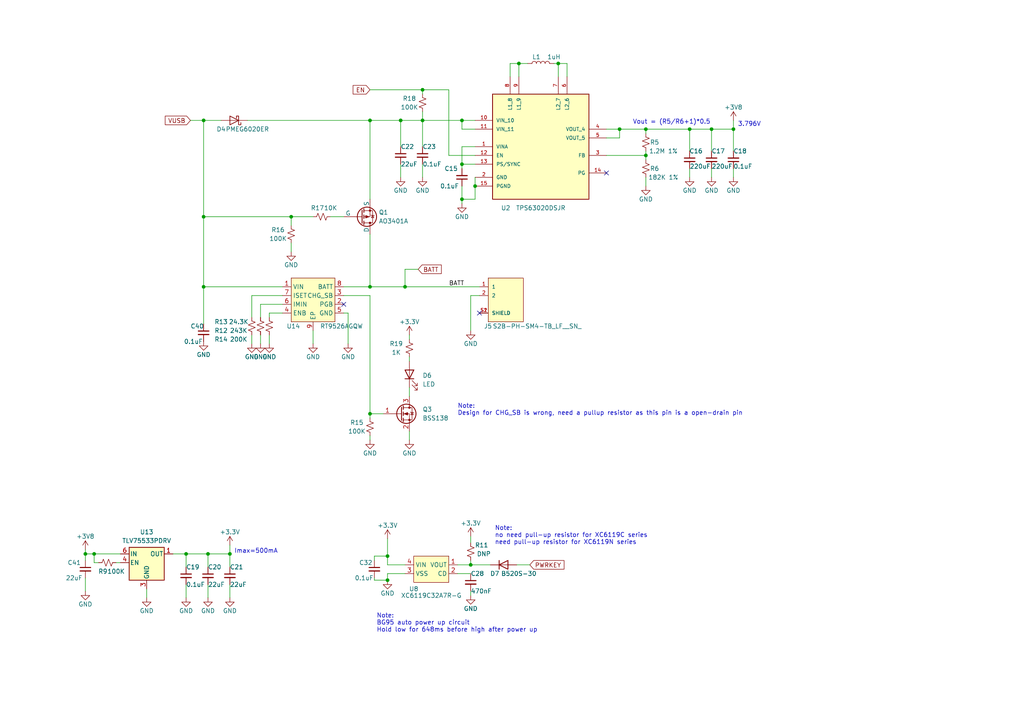
<source format=kicad_sch>
(kicad_sch (version 20230121) (generator eeschema)
  (paper "A4")
  (lib_symbols
    (symbol "C_Small_1" (pin_numbers hide) (pin_names (offset 0.254))
      (property "Reference" "C" (at 0.254 1.778 0))
      (property "Value" "C_Small" (at 0.254 -2.032 0))
      (symbol "C_Small_1_0_1"
        (polyline (pts (xy -1.524 -0.508) (xy 1.524 -0.508)) (stroke (width 0.3302)))
        (polyline (pts (xy -1.524 0.508) (xy 1.524 0.508)) (stroke (width 0.3048)))
      )
      (symbol "C_Small_1_1_1"
        (pin passive line (at 0 2.54 270) (length 2.032) (name "~") (number "1"))
        (pin passive line (at 0 -2.54 90) (length 2.032) (name "~") (number "2"))
      )
    )
    (symbol "Device:C_Small" (pin_numbers hide) (pin_names (offset 0.254) hide)
      (property "Reference" "C" (at 0.254 1.778 0))
      (property "Value" "C_Small" (at 0.254 -2.032 0))
      (symbol "C_Small_0_1"
        (polyline (pts (xy -1.524 -0.508) (xy 1.524 -0.508)) (stroke (width 0.3302)))
        (polyline (pts (xy -1.524 0.508) (xy 1.524 0.508)) (stroke (width 0.3048)))
      )
      (symbol "C_Small_1_1"
        (pin passive line (at 0 2.54 270) (length 2.032) (name "~") (number "1"))
        (pin passive line (at 0 -2.54 90) (length 2.032) (name "~") (number "2"))
      )
    )
    (symbol "Device:L" (pin_numbers hide) (pin_names (offset 1.016) hide)
      (property "Reference" "L" (at -1.27 0 90))
      (property "Value" "L" (at 1.905 0 90))
      (symbol "L_0_1"
        (arc (start 0 -2.54) (mid 0.6323 -1.905) (end 0 -1.27))
        (arc (start 0 -1.27) (mid 0.6323 -0.635) (end 0 0))
        (arc (start 0 0) (mid 0.6323 0.635) (end 0 1.27))
        (arc (start 0 1.27) (mid 0.6323 1.905) (end 0 2.54))
      )
      (symbol "L_1_1"
        (pin passive line (at 0 3.81 270) (length 1.27) (name "1") (number "1"))
        (pin passive line (at 0 -3.81 90) (length 1.27) (name "2") (number "2"))
      )
    )
    (symbol "Device:LED" (pin_numbers hide) (pin_names (offset 1.016) hide)
      (property "Reference" "D" (at 0 2.54 0))
      (property "Value" "LED" (at 0 -2.54 0))
      (symbol "LED_0_1"
        (polyline (pts (xy -1.27 -1.27) (xy -1.27 1.27)) (stroke (width 0.254)))
        (polyline (pts (xy -1.27 0) (xy 1.27 0)))
        (polyline (pts (xy 1.27 -1.27) (xy 1.27 1.27) (xy -1.27 0) (xy 1.27 -1.27)) (stroke (width 0.254)))
        (polyline (pts (xy -3.048 -0.762) (xy -4.572 -2.286) (xy -3.81 -2.286) (xy -4.572 -2.286) (xy -4.572 -1.524)))
        (polyline (pts (xy -1.778 -0.762) (xy -3.302 -2.286) (xy -2.54 -2.286) (xy -3.302 -2.286) (xy -3.302 -1.524)))
      )
      (symbol "LED_1_1"
        (pin passive line (at -3.81 0 0) (length 2.54) (name "K") (number "1"))
        (pin passive line (at 3.81 0 180) (length 2.54) (name "A") (number "2"))
      )
    )
    (symbol "Device:R_Small_US" (pin_numbers hide) (pin_names (offset 0.254) hide)
      (property "Reference" "R" (at 0.762 0.508 0))
      (property "Value" "R_Small_US" (at 0.762 -1.016 0))
      (symbol "R_Small_US_1_1"
        (polyline (pts (xy 0 0) (xy 1.016 -0.381) (xy 0 -0.762) (xy -1.016 -1.143) (xy 0 -1.524)))
        (polyline (pts (xy 0 1.524) (xy 1.016 1.143) (xy 0 0.762) (xy -1.016 0.381) (xy 0 0)))
        (pin passive line (at 0 2.54 270) (length 1.016) (name "~") (number "1"))
        (pin passive line (at 0 -2.54 90) (length 1.016) (name "~") (number "2"))
      )
    )
    (symbol "Diode:1N4005" (pin_numbers hide) (pin_names hide)
      (property "Reference" "D" (at 0 2.54 0))
      (property "Value" "1N4005" (at 0 -2.54 0))
      (symbol "1N4005_0_1"
        (polyline (pts (xy -1.27 1.27) (xy -1.27 -1.27)) (stroke (width 0.254)))
        (polyline (pts (xy 1.27 0) (xy -1.27 0)))
        (polyline (pts (xy 1.27 1.27) (xy 1.27 -1.27) (xy -1.27 0) (xy 1.27 1.27)) (stroke (width 0.254)))
      )
      (symbol "1N4005_1_1"
        (pin passive line (at -3.81 0 0) (length 2.54) (name "K") (number "1"))
        (pin passive line (at 3.81 0 180) (length 2.54) (name "A") (number "2"))
      )
    )
    (symbol "Diode:PMEG6020ER" (pin_numbers hide) (pin_names hide)
      (property "Reference" "D" (at 0 2.54 0))
      (property "Value" "PMEG6020ER" (at 0 -2.54 0))
      (symbol "PMEG6020ER_0_1"
        (polyline (pts (xy 1.27 0) (xy -1.27 0)))
        (polyline (pts (xy 1.27 1.27) (xy 1.27 -1.27) (xy -1.27 0) (xy 1.27 1.27)) (stroke (width 0.2032)))
        (polyline (pts (xy -1.905 0.635) (xy -1.905 1.27) (xy -1.27 1.27) (xy -1.27 -1.27) (xy -0.635 -1.27) (xy -0.635 -0.635)) (stroke (width 0.2032)))
      )
      (symbol "PMEG6020ER_1_1"
        (pin passive line (at -3.81 0 0) (length 2.54) (name "K") (number "1"))
        (pin passive line (at 3.81 0 180) (length 2.54) (name "A") (number "2"))
      )
    )
    (symbol "Regulator_Linear:TLV75533PDRV" (pin_names (offset 0.254))
      (property "Reference" "U" (at -3.81 5.715 0))
      (property "Value" "TLV75533PDRV" (at 0 5.715 0))
      (symbol "TLV75533PDRV_0_1"
        (rectangle (start -5.08 4.445) (end 5.08 -5.08) (stroke (width 0.254)) (fill (type background)))
      )
      (symbol "TLV75533PDRV_1_1"
        (pin power_out line (at 7.62 2.54 180) (length 2.54) (name "OUT") (number "1"))
        (pin no_connect line (at 5.08 0 180) (length 2.54) hide (name "NC") (number "2"))
        (pin power_in line (at 0 -7.62 90) (length 2.54) (name "GND") (number "3"))
        (pin input line (at -7.62 0 0) (length 2.54) (name "EN") (number "4"))
        (pin no_connect line (at 5.08 -2.54 180) (length 2.54) hide (name "NC") (number "5"))
        (pin power_in line (at -7.62 2.54 0) (length 2.54) (name "IN") (number "6"))
        (pin passive line (at 0 -7.62 90) (length 2.54) hide (name "GND") (number "7"))
      )
    )
    (symbol "Simulation_SPICE:PMOS" (pin_numbers hide) (pin_names (offset 0))
      (property "Reference" "Q1" (at 5.08 -1.27 0))
      (property "Value" "PMOS" (at 5.08 1.27 0))
      (symbol "PMOS_0_1"
        (polyline (pts (xy 0.254 0) (xy -2.54 0)))
        (polyline (pts (xy 0.254 1.905) (xy 0.254 -1.905)) (stroke (width 0.254)))
        (polyline (pts (xy 0.762 -1.27) (xy 0.762 -2.286)) (stroke (width 0.254)))
        (polyline (pts (xy 0.762 0.508) (xy 0.762 -0.508)) (stroke (width 0.254)))
        (polyline (pts (xy 0.762 2.286) (xy 0.762 1.27)) (stroke (width 0.254)))
        (polyline (pts (xy 2.54 2.54) (xy 2.54 1.778)))
        (polyline (pts (xy 2.54 -2.54) (xy 2.54 0) (xy 0.762 0)))
        (polyline (pts (xy 0.762 1.778) (xy 3.302 1.778) (xy 3.302 -1.778) (xy 0.762 -1.778)))
        (polyline (pts (xy 2.286 0) (xy 1.27 0.381) (xy 1.27 -0.381) (xy 2.286 0)) (fill (type outline)))
        (polyline (pts (xy 2.794 -0.508) (xy 2.921 -0.381) (xy 3.683 -0.381) (xy 3.81 -0.254)))
        (polyline (pts (xy 3.302 -0.381) (xy 2.921 0.254) (xy 3.683 0.254) (xy 3.302 -0.381)))
        (circle (center 1.651 0) (radius 2.794) (stroke (width 0.254)))
        (circle (center 2.54 -1.778) (radius 0.254) (fill (type outline)))
        (circle (center 2.54 1.778) (radius 0.254) (fill (type outline)))
      )
      (symbol "PMOS_1_1"
        (pin input line (at -5.08 0 0) (length 2.54) (name "G") (number "1"))
        (pin passive line (at 2.54 -5.08 90) (length 2.54) (name "S") (number "2"))
        (pin passive line (at 2.54 5.08 270) (length 2.54) (name "D") (number "3"))
      )
    )
    (symbol "Transistor_FET:BSS138" (pin_names hide)
      (property "Reference" "Q" (at 5.08 1.905 0))
      (property "Value" "BSS138" (at 5.08 0 0))
      (symbol "BSS138_0_1"
        (polyline (pts (xy 0.254 0) (xy -2.54 0)))
        (polyline (pts (xy 0.254 1.905) (xy 0.254 -1.905)) (stroke (width 0.254)))
        (polyline (pts (xy 0.762 -1.27) (xy 0.762 -2.286)) (stroke (width 0.254)))
        (polyline (pts (xy 0.762 0.508) (xy 0.762 -0.508)) (stroke (width 0.254)))
        (polyline (pts (xy 0.762 2.286) (xy 0.762 1.27)) (stroke (width 0.254)))
        (polyline (pts (xy 2.54 2.54) (xy 2.54 1.778)))
        (polyline (pts (xy 2.54 -2.54) (xy 2.54 0) (xy 0.762 0)))
        (polyline (pts (xy 0.762 -1.778) (xy 3.302 -1.778) (xy 3.302 1.778) (xy 0.762 1.778)))
        (polyline (pts (xy 1.016 0) (xy 2.032 0.381) (xy 2.032 -0.381) (xy 1.016 0)) (fill (type outline)))
        (polyline (pts (xy 2.794 0.508) (xy 2.921 0.381) (xy 3.683 0.381) (xy 3.81 0.254)))
        (polyline (pts (xy 3.302 0.381) (xy 2.921 -0.254) (xy 3.683 -0.254) (xy 3.302 0.381)))
        (circle (center 1.651 0) (radius 2.794) (stroke (width 0.254)))
        (circle (center 2.54 -1.778) (radius 0.254) (fill (type outline)))
        (circle (center 2.54 1.778) (radius 0.254) (fill (type outline)))
      )
      (symbol "BSS138_1_1"
        (pin input line (at -5.08 0 0) (length 2.54) (name "G") (number "1"))
        (pin passive line (at 2.54 -5.08 90) (length 2.54) (name "S") (number "2"))
        (pin passive line (at 2.54 5.08 270) (length 2.54) (name "D") (number "3"))
      )
    )
    (symbol "kiCadLib:XC6119"
      (property "Reference" "U" (at -3.81 5.08 0))
      (property "Value" "XC6119" (at 1.27 5.08 0))
      (symbol "XC6119_1_1"
        (rectangle (start -5.08 3.81) (end 5.08 -3.81) (fill (type background)))
        (pin input line (at 7.62 1.27 180) (length 2.54) (name "VOUT") (number "1"))
        (pin input line (at 7.62 -1.27 180) (length 2.54) (name "CD") (number "2"))
        (pin input line (at -7.62 -1.27 0) (length 2.54) (name "VSS") (number "3"))
        (pin input line (at -7.62 1.27 0) (length 2.54) (name "VIN") (number "4"))
      )
    )
    (symbol "mylib:RT9526A"
      (property "Reference" "U14" (at -5.715 -7.62 0))
      (property "Value" "RT9526AGQW" (at 8.255 -7.62 0))
      (symbol "RT9526A_1_1"
        (rectangle (start -6.35 6.35) (end 6.35 -6.35) (fill (type background)))
        (pin input line (at -8.89 3.81 0) (length 2.54) (name "VIN") (number "1"))
        (pin input line (at 8.89 -1.27 180) (length 2.54) (name "PGB") (number "2"))
        (pin input line (at 8.89 1.27 180) (length 2.54) (name "CHG_SB") (number "3"))
        (pin input line (at -8.89 -3.81 0) (length 2.54) (name "ENB") (number "4"))
        (pin input line (at 8.89 -3.81 180) (length 2.54) (name "GND") (number "5"))
        (pin input line (at -8.89 -1.27 0) (length 2.54) (name "IMIN") (number "6"))
        (pin input line (at -8.89 1.27 0) (length 2.54) (name "ISET") (number "7"))
        (pin input line (at 8.89 3.81 180) (length 2.54) (name "BATT") (number "8"))
        (pin input line (at 0 -8.89 90) (length 2.54) (name "EP") (number "9"))
      )
    )
    (symbol "mylib:S2B-PH-SM4-TB_LF__SN_" (pin_names (offset 1.016))
      (property "Reference" "J" (at -5.0829 5.5957 0))
      (property "Value" "S2B-PH-SM4-TB_LF__SN_" (at -5.0881 -9.4227 0))
      (symbol "S2B-PH-SM4-TB_LF__SN__0_0"
        (rectangle (start -5.08 -7.62) (end 5.08 5.08) (stroke (width 0.1524)) (fill (type background)))
        (pin passive line (at -7.62 2.54 0) (length 2.54) (name "1") (number "1"))
        (pin passive line (at -7.62 0 0) (length 2.54) (name "2") (number "2"))
        (pin passive line (at -7.62 -5.08 0) (length 2.54) (name "SHIELD") (number "S1"))
        (pin passive line (at -7.62 -5.08 0) (length 2.54) (name "SHIELD") (number "S2"))
      )
    )
    (symbol "mylib:TPS63020DSJR" (pin_names (offset 1.016))
      (property "Reference" "U2" (at 2.54 -25.4 0))
      (property "Value" "TPS63020DSJR" (at 12.7 -25.4 0))
      (symbol "TPS63020DSJR_0_0"
        (rectangle (start -12.7 15.24) (end 15.24 -15.24) (stroke (width 0.254)) (fill (type background)))
        (pin input line (at -17.78 0 0) (length 5.08) (name "VINA") (number "1"))
        (pin input line (at -17.78 7.62 0) (length 5.08) (name "VIN_10") (number "10"))
        (pin input line (at -17.78 5.08 0) (length 5.08) (name "VIN_11") (number "11"))
        (pin input line (at -17.78 -2.54 0) (length 5.08) (name "EN") (number "12"))
        (pin input line (at -17.78 -5.08 0) (length 5.08) (name "PS/SYNC") (number "13"))
        (pin output line (at 20.32 -7.62 180) (length 5.08) (name "PG") (number "14"))
        (pin power_in line (at -17.78 -11.43 0) (length 5.08) (name "PGND") (number "15"))
        (pin power_in line (at -17.78 -8.89 0) (length 5.08) (name "GND") (number "2"))
        (pin input line (at 20.32 -2.54 180) (length 5.08) (name "FB") (number "3"))
        (pin output line (at 20.32 5.08 180) (length 5.08) (name "VOUT_4") (number "4"))
        (pin output line (at 20.32 2.54 180) (length 5.08) (name "VOUT_5") (number "5"))
        (pin passive line (at 8.89 20.32 270) (length 5.08) (name "L2_6") (number "6"))
        (pin passive line (at 6.35 20.32 270) (length 5.08) (name "L2_7") (number "7"))
        (pin passive line (at -7.62 20.32 270) (length 5.08) (name "L1_8") (number "8"))
        (pin passive line (at -5.08 20.32 270) (length 5.08) (name "L1_9") (number "9"))
      )
    )
    (symbol "power:+3.3V" (power) (pin_names (offset 0))
      (property "Value" "+3.3V" (at 0 3.556 0))
      (symbol "+3.3V_0_1"
        (polyline (pts (xy -0.762 1.27) (xy 0 2.54)))
        (polyline (pts (xy 0 0) (xy 0 2.54)))
        (polyline (pts (xy 0 2.54) (xy 0.762 1.27)))
      )
      (symbol "+3.3V_1_1"
        (pin power_in line (at 0 0 90) (length 0) hide (name "+3.3V") (number "1"))
      )
    )
    (symbol "power:+3V8" (power) (pin_names (offset 0))
      (property "Value" "+3V8" (at 0 3.556 0))
      (symbol "+3V8_0_1"
        (polyline (pts (xy -0.762 1.27) (xy 0 2.54)))
        (polyline (pts (xy 0 0) (xy 0 2.54)))
        (polyline (pts (xy 0 2.54) (xy 0.762 1.27)))
      )
      (symbol "+3V8_1_1"
        (pin power_in line (at 0 0 90) (length 0) hide (name "+3V8") (number "1"))
      )
    )
    (symbol "power:GND" (power) (pin_names (offset 0))
      (property "Value" "GND" (at 0 -3.81 0))
      (symbol "GND_0_1"
        (polyline (pts (xy 0 0) (xy 0 -1.27) (xy 1.27 -1.27) (xy 0 -2.54) (xy -1.27 -1.27) (xy 0 -1.27)))
      )
      (symbol "GND_1_1"
        (pin power_in line (at 0 0 270) (length 0) hide (name "GND") (number "1"))
      )
    )
  )
  (junction (at 116.205 34.925))
  (junction (at 112.395 161.29))
  (junction (at 136.525 163.83))
  (junction (at 107.315 83.185))
  (junction (at 150.495 18.415))
  (junction (at 212.725 37.465))
  (junction (at 60.325 160.655))
  (junction (at 200.025 37.465))
  (junction (at 133.985 34.925))
  (junction (at 59.055 83.185))
  (junction (at 137.795 53.975))
  (junction (at 59.055 62.865))
  (junction (at 107.315 34.925))
  (junction (at 112.395 168.275))
  (junction (at 24.765 160.655))
  (junction (at 133.985 57.785))
  (junction (at 206.375 37.465))
  (junction (at 59.055 34.925))
  (junction (at 187.325 37.465))
  (junction (at 117.475 83.185))
  (junction (at 122.555 34.925))
  (junction (at 84.455 62.865))
  (junction (at 107.315 120.015))
  (junction (at 53.975 160.655))
  (junction (at 179.705 37.465))
  (junction (at 187.325 45.085))
  (junction (at 133.985 47.625))
  (junction (at 27.305 160.655))
  (junction (at 122.555 26.035))
  (junction (at 161.925 18.415))
  (junction (at 66.675 160.655))
  (no_connect (at 175.895 50.165))
  (no_connect (at 99.695 88.265))
  (no_connect (at 139.065 90.805))
  (wire (pts (xy 133.985 47.625) (xy 133.985 48.895)))
  (wire (pts (xy 118.745 112.395) (xy 118.745 114.935)))
  (wire (pts (xy 55.245 34.925) (xy 59.055 34.925)))
  (wire (pts (xy 136.525 85.725) (xy 136.525 95.885)))
  (wire (pts (xy 200.025 37.465) (xy 206.375 37.465)))
  (wire (pts (xy 212.725 37.465) (xy 212.725 43.815)))
  (wire (pts (xy 73.025 92.075) (xy 73.025 85.725)))
  (wire (pts (xy 132.715 166.37) (xy 136.525 166.37)))
  (wire (pts (xy 175.895 45.085) (xy 187.325 45.085)))
  (wire (pts (xy 122.555 51.435) (xy 122.555 47.625)))
  (wire (pts (xy 187.325 37.465) (xy 200.025 37.465)))
  (wire (pts (xy 212.725 34.925) (xy 212.725 37.465)))
  (wire (pts (xy 187.325 37.465) (xy 187.325 38.735)))
  (wire (pts (xy 206.375 37.465) (xy 206.375 43.815)))
  (wire (pts (xy 137.795 37.465) (xy 133.985 37.465)))
  (wire (pts (xy 147.955 18.415) (xy 147.955 22.225)))
  (wire (pts (xy 66.675 158.115) (xy 66.675 160.655)))
  (wire (pts (xy 212.725 51.435) (xy 212.725 48.895)))
  (wire (pts (xy 164.465 18.415) (xy 164.465 22.225)))
  (wire (pts (xy 108.585 162.56) (xy 108.585 161.29)))
  (wire (pts (xy 118.745 127.635) (xy 118.745 125.095)))
  (wire (pts (xy 112.395 166.37) (xy 112.395 168.275)))
  (wire (pts (xy 84.455 62.865) (xy 84.455 65.405)))
  (wire (pts (xy 24.765 160.655) (xy 24.765 162.56)))
  (wire (pts (xy 59.055 62.865) (xy 84.455 62.865)))
  (wire (pts (xy 150.495 18.415) (xy 150.495 22.225)))
  (wire (pts (xy 24.765 171.45) (xy 24.765 167.64)))
  (wire (pts (xy 133.985 37.465) (xy 133.985 34.925)))
  (wire (pts (xy 73.025 99.695) (xy 73.025 97.155)))
  (wire (pts (xy 133.985 57.785) (xy 133.985 59.055)))
  (wire (pts (xy 108.585 168.275) (xy 112.395 168.275)))
  (wire (pts (xy 73.025 85.725) (xy 81.915 85.725)))
  (wire (pts (xy 136.525 172.72) (xy 136.525 171.45)))
  (wire (pts (xy 136.525 155.575) (xy 136.525 157.48)))
  (wire (pts (xy 122.555 26.035) (xy 130.175 26.035)))
  (wire (pts (xy 107.315 34.925) (xy 107.315 57.785)))
  (wire (pts (xy 133.985 57.785) (xy 137.795 57.785)))
  (wire (pts (xy 137.795 51.435) (xy 137.795 53.975)))
  (wire (pts (xy 132.715 163.83) (xy 136.525 163.83)))
  (wire (pts (xy 133.985 53.975) (xy 133.985 57.785)))
  (wire (pts (xy 53.975 160.655) (xy 60.325 160.655)))
  (wire (pts (xy 116.205 51.435) (xy 116.205 47.625)))
  (wire (pts (xy 84.455 70.485) (xy 84.455 73.025)))
  (wire (pts (xy 160.655 18.415) (xy 161.925 18.415)))
  (wire (pts (xy 24.765 160.655) (xy 24.765 159.385)))
  (wire (pts (xy 122.555 34.925) (xy 122.555 42.545)))
  (wire (pts (xy 60.325 173.355) (xy 60.325 169.545)))
  (wire (pts (xy 81.915 83.185) (xy 59.055 83.185)))
  (wire (pts (xy 75.565 99.695) (xy 75.565 97.155)))
  (wire (pts (xy 84.455 62.865) (xy 90.805 62.865)))
  (wire (pts (xy 200.025 51.435) (xy 200.025 48.895)))
  (wire (pts (xy 206.375 51.435) (xy 206.375 48.895)))
  (wire (pts (xy 179.705 37.465) (xy 187.325 37.465)))
  (wire (pts (xy 133.985 42.545) (xy 133.985 47.625)))
  (wire (pts (xy 75.565 88.265) (xy 81.915 88.265)))
  (wire (pts (xy 33.655 163.195) (xy 34.925 163.195)))
  (wire (pts (xy 137.795 45.085) (xy 130.175 45.085)))
  (wire (pts (xy 137.795 53.975) (xy 137.795 57.785)))
  (wire (pts (xy 117.475 78.105) (xy 117.475 83.185)))
  (wire (pts (xy 116.205 34.925) (xy 116.205 42.545)))
  (wire (pts (xy 66.675 160.655) (xy 66.675 164.465)))
  (wire (pts (xy 175.895 40.005) (xy 179.705 40.005)))
  (wire (pts (xy 108.585 161.29) (xy 112.395 161.29)))
  (wire (pts (xy 206.375 37.465) (xy 212.725 37.465)))
  (wire (pts (xy 60.325 160.655) (xy 66.675 160.655)))
  (wire (pts (xy 150.495 18.415) (xy 147.955 18.415)))
  (wire (pts (xy 112.395 156.21) (xy 112.395 161.29)))
  (wire (pts (xy 107.315 83.185) (xy 117.475 83.185)))
  (wire (pts (xy 153.035 18.415) (xy 150.495 18.415)))
  (wire (pts (xy 179.705 40.005) (xy 179.705 37.465)))
  (wire (pts (xy 27.305 163.195) (xy 27.305 160.655)))
  (wire (pts (xy 153.67 163.83) (xy 149.86 163.83)))
  (wire (pts (xy 111.125 120.015) (xy 107.315 120.015)))
  (wire (pts (xy 122.555 34.925) (xy 133.985 34.925)))
  (wire (pts (xy 121.285 78.105) (xy 117.475 78.105)))
  (wire (pts (xy 107.315 120.015) (xy 107.315 121.285)))
  (wire (pts (xy 117.475 83.185) (xy 139.065 83.185)))
  (wire (pts (xy 95.885 62.865) (xy 99.695 62.865)))
  (wire (pts (xy 187.325 43.815) (xy 187.325 45.085)))
  (wire (pts (xy 117.475 166.37) (xy 112.395 166.37)))
  (wire (pts (xy 42.545 173.355) (xy 42.545 170.815)))
  (wire (pts (xy 78.105 90.805) (xy 81.915 90.805)))
  (wire (pts (xy 107.315 85.725) (xy 107.315 120.015)))
  (wire (pts (xy 187.325 51.435) (xy 187.325 53.975)))
  (wire (pts (xy 71.755 34.925) (xy 107.315 34.925)))
  (wire (pts (xy 117.475 163.83) (xy 112.395 163.83)))
  (wire (pts (xy 112.395 163.83) (xy 112.395 161.29)))
  (wire (pts (xy 139.065 85.725) (xy 136.525 85.725)))
  (wire (pts (xy 99.695 83.185) (xy 107.315 83.185)))
  (wire (pts (xy 133.985 34.925) (xy 137.795 34.925)))
  (wire (pts (xy 99.695 85.725) (xy 107.315 85.725)))
  (wire (pts (xy 136.525 163.83) (xy 142.24 163.83)))
  (wire (pts (xy 118.745 103.505) (xy 118.745 104.775)))
  (wire (pts (xy 200.025 37.465) (xy 200.025 43.815)))
  (wire (pts (xy 75.565 92.075) (xy 75.565 88.265)))
  (wire (pts (xy 116.205 34.925) (xy 122.555 34.925)))
  (wire (pts (xy 100.965 90.805) (xy 100.965 99.695)))
  (wire (pts (xy 107.315 26.035) (xy 122.555 26.035)))
  (wire (pts (xy 137.795 42.545) (xy 133.985 42.545)))
  (wire (pts (xy 118.745 97.155) (xy 118.745 98.425)))
  (wire (pts (xy 161.925 18.415) (xy 161.925 22.225)))
  (wire (pts (xy 175.895 37.465) (xy 179.705 37.465)))
  (wire (pts (xy 59.055 34.925) (xy 64.135 34.925)))
  (wire (pts (xy 78.105 99.695) (xy 78.105 97.155)))
  (wire (pts (xy 66.675 173.355) (xy 66.675 169.545)))
  (wire (pts (xy 122.555 32.385) (xy 122.555 34.925)))
  (wire (pts (xy 59.055 83.185) (xy 59.055 93.98)))
  (wire (pts (xy 59.055 83.185) (xy 59.055 62.865)))
  (wire (pts (xy 122.555 26.035) (xy 122.555 27.305)))
  (wire (pts (xy 28.575 163.195) (xy 27.305 163.195)))
  (wire (pts (xy 161.925 18.415) (xy 164.465 18.415)))
  (wire (pts (xy 107.315 67.945) (xy 107.315 83.185)))
  (wire (pts (xy 27.305 160.655) (xy 34.925 160.655)))
  (wire (pts (xy 78.105 92.075) (xy 78.105 90.805)))
  (wire (pts (xy 130.175 45.085) (xy 130.175 26.035)))
  (wire (pts (xy 133.985 47.625) (xy 137.795 47.625)))
  (wire (pts (xy 107.315 127.635) (xy 107.315 126.365)))
  (wire (pts (xy 90.805 99.695) (xy 90.805 95.885)))
  (wire (pts (xy 136.525 162.56) (xy 136.525 163.83)))
  (wire (pts (xy 99.695 90.805) (xy 100.965 90.805)))
  (wire (pts (xy 108.585 167.64) (xy 108.585 168.275)))
  (wire (pts (xy 24.765 160.655) (xy 27.305 160.655)))
  (wire (pts (xy 53.975 169.545) (xy 53.975 173.355)))
  (wire (pts (xy 53.975 160.655) (xy 53.975 164.465)))
  (wire (pts (xy 59.055 62.865) (xy 59.055 34.925)))
  (wire (pts (xy 60.325 160.655) (xy 60.325 164.465)))
  (wire (pts (xy 187.325 45.085) (xy 187.325 46.355)))
  (wire (pts (xy 107.315 34.925) (xy 116.205 34.925)))
  (wire (pts (xy 50.165 160.655) (xy 53.975 160.655)))
  (text "Vout = (R5/R6+1)*0.5" (at 183.515 36.195 0) (effects (font (size 1.27 1.27)) (justify left bottom)))
  (text "Imax=500mA\n" (at 67.945 160.655 0) (effects (font (size 1.27 1.27)) (justify left bottom)))
  (text "Note:\nBG95 auto power up circuit\nHold low for 648ms before high after power up" (at 109.22 183.515 0) (effects (font (size 1.27 1.27)) (justify left bottom)))
  (text "Note:\nDesign for CHG_SB is wrong, need a pullup resistor as this pin is a open-drain pin" (at 132.715 120.65 0) (effects (font (size 1.27 1.27)) (justify left bottom)))
  (text "3.796V\n" (at 213.995 36.83 0) (effects (font (size 1.27 1.27)) (justify left bottom)))
  (text "Note:\nno need pull-up resistor for XC6119C series\nneed pull-up resistor for XC6119N series" (at 143.51 158.115 0) (effects (font (size 1.27 1.27)) (justify left bottom)))
  (label "BATT" (at 130.175 83.185 0))
  (global_label "BATT" (shape input) (at 121.285 78.105 0) (property "Intersheetrefs" "${INTERSHEET_REFS}" (effects hide)))
  (global_label "PWRKEY" (shape input) (at 153.67 163.83 0) (property "Intersheetrefs" "${INTERSHEET_REFS}" (effects hide)))
  (global_label "VUSB" (shape input) (at 55.245 34.925 180) (property "Intersheetrefs" "${INTERSHEET_REFS}" (effects hide)))
  (global_label "EN" (shape input) (at 107.315 26.035 180) (property "Intersheetrefs" "${INTERSHEET_REFS}" (effects hide)))
  (symbol (lib_id "power:GND") (at 212.725 51.435 0) (mirror y) (unit 1)
    (property "Reference" "#PWR029" (effects hide))
    (property "Value" "GND" (at 212.725 55.245 0))
  )
  (symbol (lib_id "Device:R_Small_US") (at 93.345 62.865 90) (unit 1)
    (property "Reference" "R17" (at 92.075 60.325 90))
    (property "Value" "10K" (at 95.885 60.325 90))
    (property "Footprint" "Resistor_SMD:R_0402_1005Metric" (effects hide))
  )
  (symbol (lib_id "mylib:S2B-PH-SM4-TB_LF__SN_") (at 146.685 85.725 0) (unit 1)
    (property "Reference" "J5" (at 140.335 94.615 0) (effects (justify left)))
    (property "Value" "S2B-PH-SM4-TB_LF__SN_" (at 142.875 94.615 0) (effects (justify left)))
    (property "Footprint" "myfootprintlib:JST_S2B-PH-SM4-TB_LF__SN_" (effects hide))
    (property "MF" "JST Sales" (effects hide))
    (property "Description" "\nConnector Header Surface Mount, Right Angle 2 position 0.079 (2.00mm)\n" (effects hide))
    (property "Package" "None" (effects hide))
    (property "Price" "None" (effects hide))
    (property "Check_prices" "https://www.snapeda.com/parts/S2B-PH-SM4-TB(LF)(SN)/JST+Sales+America+Inc./view-part/?ref=eda" (effects hide))
    (property "STANDARD" "Manufacturer Recommendation" (effects hide))
    (property "SnapEDA_Link" "https://www.snapeda.com/parts/S2B-PH-SM4-TB(LF)(SN)/JST+Sales+America+Inc./view-part/?ref=snap" (effects hide))
    (property "MP" "S2B-PH-SM4-TB(LF)(SN)" (effects hide))
    (property "Availability" "In Stock" (effects hide))
    (property "MANUFACTURER" "JST" (effects hide))
  )
  (symbol (lib_id "power:GND") (at 112.395 168.275 0) (mirror y) (unit 1)
    (property "Reference" "#PWR071" (effects hide))
    (property "Value" "GND" (at 112.395 172.085 0))
  )
  (symbol (lib_id "power:GND") (at 73.025 99.695 0) (mirror y) (unit 1)
    (property "Reference" "#PWR041" (effects hide))
    (property "Value" "GND" (at 73.025 103.505 0))
  )
  (symbol (lib_id "Device:R_Small_US") (at 187.325 48.895 180) (unit 1)
    (property "Reference" "R6" (at 189.865 48.895 0))
    (property "Value" "182K 1%" (at 192.405 51.435 0))
    (property "Footprint" "Resistor_SMD:R_0402_1005Metric" (effects hide))
  )
  (symbol (lib_id "Device:C_Small") (at 66.675 167.005 0) (unit 1)
    (property "Reference" "C21" (at 66.675 164.465 0) (effects (justify left)))
    (property "Value" "22uF" (at 66.675 169.545 0) (effects (justify left)))
    (property "Footprint" "Capacitor_SMD:C_0603_1608Metric" (effects hide))
  )
  (symbol (lib_id "power:GND") (at 66.675 173.355 0) (mirror y) (unit 1)
    (property "Reference" "#PWR035" (effects hide))
    (property "Value" "GND" (at 66.675 177.165 0))
  )
  (symbol (lib_id "Device:C_Small") (at 136.525 168.91 0) (unit 1)
    (property "Reference" "C28" (at 136.525 166.37 0) (effects (justify left)))
    (property "Value" "470nF" (at 136.525 171.45 0) (effects (justify left)))
    (property "Footprint" "Capacitor_SMD:C_0402_1005Metric" (effects hide))
  )
  (symbol (lib_id "Device:C_Small") (at 24.765 165.1 0) (unit 1)
    (property "Reference" "C41" (at 23.495 163.195 0) (effects (justify right)))
    (property "Value" "22uF" (at 19.05 167.64 0) (effects (justify left)))
    (property "Footprint" "Capacitor_SMD:C_0603_1608Metric" (effects hide))
  )
  (symbol (lib_id "Device:C_Small") (at 108.585 165.1 0) (unit 1)
    (property "Reference" "C32" (at 104.14 163.195 0) (effects (justify left)))
    (property "Value" "0.1uF" (at 102.87 167.64 0) (effects (justify left)))
    (property "Footprint" "Capacitor_SMD:C_0402_1005Metric" (effects hide))
  )
  (symbol (lib_id "power:+3V8") (at 212.725 34.925 0) (unit 1)
    (property "Reference" "#PWR026" (effects hide))
    (property "Value" "+3V8" (at 212.725 31.115 0))
  )
  (symbol (lib_id "power:GND") (at 133.985 59.055 0) (mirror y) (unit 1)
    (property "Reference" "#PWR024" (effects hide))
    (property "Value" "GND" (at 133.985 62.865 0))
  )
  (symbol (lib_id "Device:R_Small_US") (at 107.315 123.825 0) (unit 1)
    (property "Reference" "R15" (at 103.505 122.555 0))
    (property "Value" "100K" (at 103.505 125.095 0))
    (property "Footprint" "Resistor_SMD:R_0402_1005Metric" (effects hide))
  )
  (symbol (lib_id "Regulator_Linear:TLV75533PDRV") (at 42.545 163.195 0) (unit 1)
    (property "Reference" "U13" (at 42.545 154.305 0))
    (property "Value" "TLV75533PDRV" (at 42.545 156.845 0))
    (property "Footprint" "Package_SON:WSON-6-1EP_2x2mm_P0.65mm_EP1x1.6mm" (effects hide))
    (property "Datasheet" "http://www.ti.com/lit/ds/symlink/tlv755p.pdf" (effects hide))
  )
  (symbol (lib_id "Device:R_Small_US") (at 122.555 29.845 0) (unit 1)
    (property "Reference" "R18" (at 118.745 28.575 0))
    (property "Value" "100K" (at 118.745 31.115 0))
    (property "Footprint" "Resistor_SMD:R_0402_1005Metric" (effects hide))
  )
  (symbol (lib_id "Device:R_Small_US") (at 31.115 163.195 270) (unit 1)
    (property "Reference" "R9" (at 29.845 165.735 90))
    (property "Value" "100K" (at 33.655 165.735 90))
    (property "Footprint" "Resistor_SMD:R_0402_1005Metric" (effects hide))
  )
  (symbol (lib_id "mylib:TPS63020DSJR") (at 155.575 42.545 0) (unit 1)
    (property "Reference" "U2" (at 146.685 60.325 0))
    (property "Value" "TPS63020DSJR" (at 156.845 60.325 0))
    (property "Footprint" "myfootprintlib:IC_TPS63020DSJR" (effects hide))
    (property "MF" "Texas Instruments" (effects hide))
    (property "Mouser-Purchase-URL" "https://snapeda.com/shop?store=Mouser&id=296571" (effects hide))
    (property "Description" "\nHigh Efficiency Single Inductor Buck-Boost Converter with 4A Switch\n" (effects hide))
    (property "Package" "VSON-14 Texas Instruments" (effects hide))
    (property "Price" "None" (effects hide))
    (property "SnapEDA_Link" "https://www.snapeda.com/parts/TPS63020DSJR/Texas+Instruments/view-part/?ref=snap" (effects hide))
    (property "MP" "TPS63020DSJR" (effects hide))
    (property "Texas_Instruments-Purchase-URL" "https://snapeda.com/shop?store=Texas+Instruments&id=296571" (effects hide))
    (property "DigiKey-Purchase-URL" "https://snapeda.com/shop?store=DigiKey&id=296571" (effects hide))
    (property "Availability" "In Stock" (effects hide))
    (property "Check_prices" "https://www.snapeda.com/parts/TPS63020DSJR/Texas+Instruments/view-part/?ref=eda" (effects hide))
  )
  (symbol (lib_id "power:GND") (at 136.525 95.885 0) (mirror y) (unit 1)
    (property "Reference" "#PWR044" (effects hide))
    (property "Value" "GND" (at 136.525 99.695 0))
  )
  (symbol (lib_id "Simulation_SPICE:PMOS") (at 104.775 62.865 0) (mirror x) (unit 1)
    (property "Reference" "Q1" (at 109.855 61.595 0) (effects (justify left)))
    (property "Value" "AO3401A" (at 109.855 64.135 0) (effects (justify left)))
    (property "Footprint" "Package_TO_SOT_SMD:SOT-23" (effects hide))
    (property "Datasheet" "https://ngspice.sourceforge.io/docs/ngspice-manual.pdf" (effects hide))
    (property "Sim.Device" "PMOS" (effects hide))
    (property "Sim.Type" "VDMOS" (effects hide))
    (property "Sim.Pins" "1=D 2=G 3=S" (effects hide))
  )
  (symbol (lib_id "power:GND") (at 90.805 99.695 0) (mirror y) (unit 1)
    (property "Reference" "#PWR076" (effects hide))
    (property "Value" "GND" (at 90.805 103.505 0))
  )
  (symbol (lib_id "power:GND") (at 116.205 51.435 0) (mirror y) (unit 1)
    (property "Reference" "#PWR038" (effects hide))
    (property "Value" "GND" (at 116.205 55.245 0))
  )
  (symbol (lib_id "power:GND") (at 59.055 99.06 0) (mirror y) (unit 1)
    (property "Reference" "#PWR077" (effects hide))
    (property "Value" "GND" (at 59.055 102.87 0))
  )
  (symbol (lib_id "Device:C_Small") (at 59.055 96.52 0) (unit 1)
    (property "Reference" "C40" (at 55.245 94.615 0) (effects (justify left)))
    (property "Value" "0.1uF" (at 53.34 99.06 0) (effects (justify left)))
    (property "Footprint" "Capacitor_SMD:C_0402_1005Metric" (effects hide))
  )
  (symbol (lib_id "Device:R_Small_US") (at 73.025 94.615 0) (unit 1)
    (property "Reference" "R13" (at 64.135 93.345 0))
    (property "Value" "24.3K" (at 69.215 93.345 0))
    (property "Footprint" "Resistor_SMD:R_0402_1005Metric" (effects hide))
  )
  (symbol (lib_id "power:GND") (at 75.565 99.695 0) (mirror y) (unit 1)
    (property "Reference" "#PWR042" (effects hide))
    (property "Value" "GND" (at 75.565 103.505 0))
  )
  (symbol (lib_id "Device:L") (at 156.845 18.415 90) (unit 1)
    (property "Reference" "L1" (at 155.575 16.51 90))
    (property "Value" "1uH" (at 160.655 16.51 90))
    (property "Footprint" "Inductor_SMD:L_Bourns-SRN4018" (effects hide))
  )
  (symbol (lib_id "Device:R_Small_US") (at 84.455 67.945 0) (unit 1)
    (property "Reference" "R16" (at 80.645 66.675 0))
    (property "Value" "100K" (at 80.645 69.215 0))
    (property "Footprint" "Resistor_SMD:R_0402_1005Metric" (effects hide))
  )
  (symbol (lib_id "power:GND") (at 42.545 173.355 0) (mirror y) (unit 1)
    (property "Reference" "#PWR030" (effects hide))
    (property "Value" "GND" (at 42.545 177.165 0))
  )
  (symbol (lib_id "power:GND") (at 78.105 99.695 0) (mirror y) (unit 1)
    (property "Reference" "#PWR043" (effects hide))
    (property "Value" "GND" (at 78.105 103.505 0))
  )
  (symbol (lib_id "Device:C_Small") (at 200.025 46.355 0) (unit 1)
    (property "Reference" "C16" (at 203.835 43.815 0) (effects (justify right)))
    (property "Value" "220uF" (at 200.025 48.26 0) (effects (justify left)))
    (property "Footprint" "Capacitor_Tantalum_SMD:CP_EIA-3528-12_Kemet-T" (effects hide))
  )
  (symbol (lib_id "Device:C_Small") (at 116.205 45.085 0) (unit 1)
    (property "Reference" "C22" (at 116.205 42.545 0) (effects (justify left)))
    (property "Value" "22uF" (at 116.205 47.625 0) (effects (justify left)))
    (property "Footprint" "Capacitor_SMD:C_0603_1608Metric" (effects hide))
  )
  (symbol (lib_id "Device:R_Small_US") (at 187.325 41.275 180) (unit 1)
    (property "Reference" "R5" (at 189.865 41.275 0))
    (property "Value" "1.2M 1%" (at 192.405 43.815 0))
    (property "Footprint" "Resistor_SMD:R_0402_1005Metric" (effects hide))
  )
  (symbol (lib_id "power:GND") (at 187.325 53.975 0) (mirror y) (unit 1)
    (property "Reference" "#PWR025" (effects hide))
    (property "Value" "GND" (at 187.325 57.785 0))
  )
  (symbol (lib_id "power:GND") (at 107.315 127.635 0) (mirror y) (unit 1)
    (property "Reference" "#PWR046" (effects hide))
    (property "Value" "GND" (at 107.315 131.445 0))
  )
  (symbol (lib_id "power:+3V8") (at 24.765 159.385 0) (unit 1)
    (property "Reference" "#PWR031" (effects hide))
    (property "Value" "+3V8" (at 24.765 155.575 0))
  )
  (symbol (lib_id "Device:R_Small_US") (at 136.525 160.02 0) (unit 1)
    (property "Reference" "R11" (at 139.7 158.115 0))
    (property "Value" "DNP" (at 140.335 160.655 0))
    (property "Footprint" "Resistor_SMD:R_0402_1005Metric" (effects hide))
  )
  (symbol (lib_id "power:+3.3V") (at 136.525 155.575 0) (unit 1)
    (property "Reference" "#PWR079" (effects hide))
    (property "Value" "+3.3V" (at 136.525 151.765 0))
  )
  (symbol (lib_id "Device:C_Small") (at 53.975 167.005 0) (unit 1)
    (property "Reference" "C19" (at 53.975 164.465 0) (effects (justify left)))
    (property "Value" "0.1uF" (at 53.975 169.545 0) (effects (justify left)))
    (property "Footprint" "Capacitor_SMD:C_0603_1608Metric" (effects hide))
  )
  (symbol (lib_id "Diode:1N4005") (at 146.05 163.83 0) (unit 1)
    (property "Reference" "D7" (at 143.51 166.37 0))
    (property "Value" "B520S-30" (at 150.495 166.37 0))
    (property "Footprint" "Diode_SMD:D_SOD-523" (effects hide))
    (property "Datasheet" "http://www.vishay.com/docs/88503/1n4001.pdf" (effects hide))
    (property "Sim.Device" "D" (effects hide))
    (property "Sim.Pins" "1=K 2=A" (effects hide))
  )
  (symbol (lib_id "power:GND") (at 100.965 99.695 0) (mirror y) (unit 1)
    (property "Reference" "#PWR040" (effects hide))
    (property "Value" "GND" (at 100.965 103.505 0))
  )
  (symbol (lib_id "power:+3.3V") (at 66.675 158.115 0) (unit 1)
    (property "Reference" "#PWR032" (effects hide))
    (property "Value" "+3.3V" (at 66.675 154.305 0))
  )
  (symbol (lib_id "power:GND") (at 53.975 173.355 0) (mirror y) (unit 1)
    (property "Reference" "#PWR033" (effects hide))
    (property "Value" "GND" (at 53.975 177.165 0))
  )
  (symbol (lib_id "Transistor_FET:BSS138") (at 116.205 120.015 0) (unit 1)
    (property "Reference" "Q3" (at 122.555 118.745 0) (effects (justify left)))
    (property "Value" "BSS138" (at 122.555 121.285 0) (effects (justify left)))
    (property "Footprint" "Package_TO_SOT_SMD:SOT-523" (effects hide))
    (property "Datasheet" "https://www.onsemi.com/pub/Collateral/BSS138-D.PDF" (effects hide))
  )
  (symbol (lib_id "power:GND") (at 122.555 51.435 0) (mirror y) (unit 1)
    (property "Reference" "#PWR039" (effects hide))
    (property "Value" "GND" (at 122.555 55.245 0))
  )
  (symbol (lib_id "Device:C_Small") (at 212.725 46.355 180) (unit 1)
    (property "Reference" "C18" (at 212.725 43.815 0) (effects (justify right)))
    (property "Value" "0.1uF" (at 212.725 48.26 0) (effects (justify right)))
    (property "Footprint" "Capacitor_SMD:C_0402_1005Metric" (effects hide))
  )
  (symbol (lib_id "Device:C_Small") (at 206.375 46.355 0) (unit 1)
    (property "Reference" "C17" (at 206.375 43.815 0) (effects (justify left)))
    (property "Value" "220uF" (at 206.375 48.26 0) (effects (justify left)))
    (property "Footprint" "Capacitor_Tantalum_SMD:CP_EIA-3528-12_Kemet-T" (effects hide))
  )
  (symbol (lib_id "power:GND") (at 200.025 51.435 0) (mirror y) (unit 1)
    (property "Reference" "#PWR027" (effects hide))
    (property "Value" "GND" (at 200.025 55.245 0))
  )
  (symbol (lib_id "power:+3.3V") (at 112.395 156.21 0) (unit 1)
    (property "Reference" "#PWR066" (effects hide))
    (property "Value" "+3.3V" (at 112.395 152.4 0))
  )
  (symbol (lib_id "power:GND") (at 118.745 127.635 0) (mirror y) (unit 1)
    (property "Reference" "#PWR045" (effects hide))
    (property "Value" "GND" (at 118.745 131.445 0))
  )
  (symbol (lib_id "power:GND") (at 84.455 73.025 0) (mirror y) (unit 1)
    (property "Reference" "#PWR048" (effects hide))
    (property "Value" "GND" (at 84.455 76.835 0))
  )
  (symbol (lib_id "power:+3.3V") (at 118.745 97.155 0) (unit 1)
    (property "Reference" "#PWR047" (effects hide))
    (property "Value" "+3.3V" (at 118.745 93.345 0))
  )
  (symbol (lib_id "Device:R_Small_US") (at 75.565 94.615 0) (unit 1)
    (property "Reference" "R12" (at 64.135 95.885 0))
    (property "Value" "243K" (at 69.215 95.885 0))
    (property "Footprint" "Resistor_SMD:R_0402_1005Metric" (effects hide))
  )
  (symbol (lib_id "power:GND") (at 60.325 173.355 0) (mirror y) (unit 1)
    (property "Reference" "#PWR034" (effects hide))
    (property "Value" "GND" (at 60.325 177.165 0))
  )
  (symbol (lib_id "Device:LED") (at 118.745 108.585 90) (unit 1)
    (property "Reference" "D6" (at 122.555 108.9025 90) (effects (justify right)))
    (property "Value" "LED" (at 122.555 111.4425 90) (effects (justify right)))
    (property "Footprint" "LED_SMD:LED_0603_1608Metric" (effects hide))
  )
  (symbol (lib_id "Device:C_Small") (at 122.555 45.085 0) (unit 1)
    (property "Reference" "C23" (at 122.555 42.545 0) (effects (justify left)))
    (property "Value" "0.1uF" (at 122.555 47.625 0) (effects (justify left)))
    (property "Footprint" "Capacitor_SMD:C_0603_1608Metric" (effects hide))
  )
  (symbol (lib_id "Device:C_Small") (at 60.325 167.005 0) (unit 1)
    (property "Reference" "C20" (at 60.325 164.465 0) (effects (justify left)))
    (property "Value" "22uF" (at 60.325 169.545 0) (effects (justify left)))
    (property "Footprint" "Capacitor_SMD:C_0603_1608Metric" (effects hide))
  )
  (symbol (lib_id "Device:R_Small_US") (at 78.105 94.615 0) (unit 1)
    (property "Reference" "R14" (at 64.135 98.425 0))
    (property "Value" "200K" (at 69.215 98.425 0))
    (property "Footprint" "Resistor_SMD:R_0402_1005Metric" (effects hide))
  )
  (symbol (lib_id "Diode:PMEG6020ER") (at 67.945 34.925 180) (unit 1)
    (property "Reference" "D4" (at 64.135 37.465 0))
    (property "Value" "PMEG6020ER" (at 71.755 37.465 0))
    (property "Footprint" "Diode_SMD:D_SOD-123" (effects hide))
    (property "Datasheet" "https://assets.nexperia.com/documents/data-sheet/PMEG6020ER.pdf" (effects hide))
  )
  (symbol (lib_id "power:GND") (at 136.525 172.72 0) (mirror y) (unit 1)
    (property "Reference" "#PWR078" (effects hide))
    (property "Value" "GND" (at 136.525 176.53 0))
  )
  (symbol (lib_id "power:GND") (at 206.375 51.435 0) (mirror y) (unit 1)
    (property "Reference" "#PWR028" (effects hide))
    (property "Value" "GND" (at 206.375 55.245 0))
  )
  (symbol (lib_id "power:GND") (at 24.765 171.45 0) (mirror y) (unit 1)
    (property "Reference" "#PWR081" (effects hide))
    (property "Value" "GND" (at 24.765 175.26 0))
  )
  (symbol (lib_id "Device:R_Small_US") (at 118.745 100.965 0) (unit 1)
    (property "Reference" "R19" (at 114.935 99.695 0))
    (property "Value" "1K" (at 114.935 102.235 0))
    (property "Footprint" "Resistor_SMD:R_0402_1005Metric" (effects hide))
  )
  (symbol (lib_id "mylib:RT9526A") (at 90.805 86.995 0) (unit 1)
    (property "Reference" "U14" (at 85.09 94.615 0))
    (property "Value" "RT9526AGQW" (at 99.06 94.615 0))
    (property "Footprint" "Package_DFN_QFN:DFN-8-1EP_3x2mm_P0.5mm_EP1.7x1.4mm" (effects hide))
  )
  (symbol (lib_name "C_Small_1") (lib_id "Device:C_Small") (at 133.985 51.435 180) (unit 1)
    (property "Reference" "C15" (at 128.905 48.895 0) (effects (justify right)))
    (property "Value" "0.1uF" (at 127.635 53.975 0) (effects (justify right)))
    (property "Footprint" "Capacitor_SMD:C_0402_1005Metric" (effects hide))
  )
  (symbol (lib_id "kiCadLib:XC6119") (at 125.095 165.1 0) (unit 1)
    (property "Reference" "U8" (at 120.015 170.815 0))
    (property "Value" "XC6119C32A7R-G" (at 125.095 172.72 0))
    (property "Footprint" "kiCadPcbLib:USPN-4" (effects hide))
  )
)
</source>
